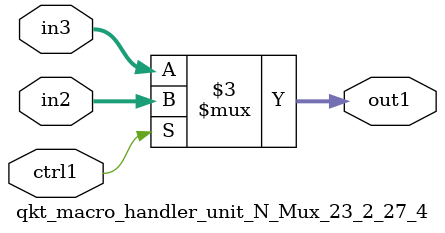
<source format=v>

`timescale 1ps / 1ps


module qkt_macro_handler_unit_N_Mux_23_2_27_4( in3, in2, ctrl1, out1 );

    input [22:0] in3;
    input [22:0] in2;
    input ctrl1;
    output [22:0] out1;
    reg [22:0] out1;

    
    // rtl_process:qkt_macro_handler_unit_N_Mux_23_2_27_4/qkt_macro_handler_unit_N_Mux_23_2_27_4_thread_1
    always @*
      begin : qkt_macro_handler_unit_N_Mux_23_2_27_4_thread_1
        case (ctrl1) 
          1'b1: 
            begin
              out1 = in2;
            end
          default: 
            begin
              out1 = in3;
            end
        endcase
      end

endmodule



</source>
